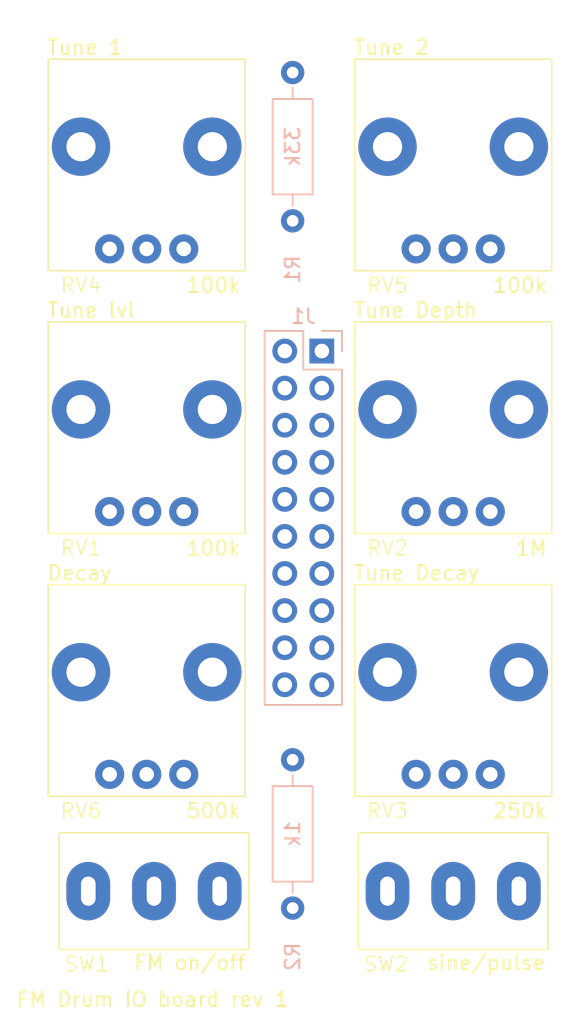
<source format=kicad_pcb>
(kicad_pcb (version 20241229) (generator "pcbnew") (generator_version "9.0")
  (layers (0 "F.Cu" signal) (2 "B.Cu" signal) (13 "F.Paste" user) (15 "B.Paste" user) (5 "F.SilkS" user "F.Silkscreen") (7 "B.SilkS" user "B.Silkscreen") (1 "F.Mask" user) (3 "B.Mask" user) (25 "Edge.Cuts" user))
  (net 0 "")
  (net 1 "io tune depth 2")
  (net 3 "io sine{slash}pulse pin 1")
  (net 4 "io tune lvl pin 1")
  (net 5 "+12V")
  (net 6 "io decay pin 2")
  (net 7 "io tune depth 1")
  (net 8 "GND")
  (net 9 "io tune 2 pin 3")
  (net 10 "io tune 2 pin 2")
  (net 11 "io tune lvl pin 2")
  (net 12 "io fm on{slash}off pin 2")
  (net 13 "io sine{slash}pulse pin 2")
  (net 14 "io sine{slash}pulse pin 3")
  (net 15 "io tune decay 1")
  (net 17 "io decay pin 1")
  (net 18 "io tune 1 pin 3")
  (net 19 "io fm on{slash}off pin 1")
  (net 20 "io tune 1 pin 2")
  (net 21 "Net-(R1-Pad1)")
  (net 22 "Net-(R2-Pad2)")
  (footprint "cynthia:switch" (layer "F.Cu") (at 31 61 -90)
    (property "Reference" "SW2" (at 5 4.6 0) (layer "F.SilkS") (effects (font (thickness 0.1))))
    (property "Value" "SW_SPDT" (hide yes))
    (property "Description" "sine/pulse" (at 4.9 -6.4 0) (layer "F.SilkS") (effects (justify right)))
    (fp_rect (start -4 -6.5) (end 4 6.5) (stroke (width 0.1)) (fill no) (layer "F.SilkS"))
    (pad "1" thru_hole oval (at 0 -4.5 270) (size 4 3) (drill oval 2 1) (layers "*.Cu" "*.Mask") (net 3 "io sine{slash}pulse pin 1"))
    (pad "2" thru_hole oval (at 0 0 270) (size 4 3) (drill oval 2 1) (layers "*.Cu" "*.Mask") (net 13 "io sine{slash}pulse pin 2"))
    (pad "3" thru_hole oval (at 0 4.5 270) (size 4 3) (drill oval 2 1) (layers "*.Cu" "*.Mask") (net 14 "io sine{slash}pulse pin 3"))
  )
  (footprint "cynthia:potientiometer" (layer "F.Cu") (at 10 28)
    (property "Reference" "RV1" (at -4.5 9.5 0) (layer "F.SilkS") (effects (font (thickness 0.1))))
    (property "Value" "100k" (at 6.5 9.5 0) (layer "F.SilkS") (effects (justify right)))
    (property "Description" "Tune lvl" (at -6.9 -6.8 0) (layer "F.SilkS") (effects (justify left)))
    (fp_rect (start -6.75 -6) (end 6.75 8.5) (stroke (width 0.1)) (fill no) (layer "F.SilkS"))
    (pad "" thru_hole circle (at -4.5 0) (size 4 4) (drill 2) (layers "*.Cu" "*.Mask"))
    (pad "" thru_hole circle (at 4.5 0) (size 4 4) (drill 2) (layers "*.Cu" "*.Mask"))
    (pad "1" thru_hole circle (at -2.54 7) (size 2 2) (drill 1) (layers "*.Cu" "*.Mask") (net 4 "io tune lvl pin 1"))
    (pad "2" thru_hole circle (at 0 7) (size 2 2) (drill 1) (layers "*.Cu" "*.Mask") (net 11 "io tune lvl pin 2"))
    (pad "3" thru_hole circle (at 2.54 7) (size 2 2) (drill 1) (layers "*.Cu" "*.Mask") (net 8 "GND"))
  )
  (footprint "cynthia:potientiometer" (layer "F.Cu") (at 10 10)
    (property "Reference" "RV4" (at -4.5 9.5 0) (layer "F.SilkS") (effects (font (thickness 0.1))))
    (property "Value" "100k" (at 6.5 9.5 0) (layer "F.SilkS") (effects (justify right)))
    (property "Description" "Tune 1" (at -6.9 -6.8 0) (layer "F.SilkS") (effects (justify left)))
    (fp_rect (start -6.75 -6) (end 6.75 8.5) (stroke (width 0.1)) (fill no) (layer "F.SilkS"))
    (pad "" thru_hole circle (at -4.5 0) (size 4 4) (drill 2) (layers "*.Cu" "*.Mask"))
    (pad "" thru_hole circle (at 4.5 0) (size 4 4) (drill 2) (layers "*.Cu" "*.Mask"))
    (pad "1" thru_hole circle (at -2.54 7) (size 2 2) (drill 1) (layers "*.Cu" "*.Mask") (net 5 "+12V"))
    (pad "2" thru_hole circle (at 0 7) (size 2 2) (drill 1) (layers "*.Cu" "*.Mask") (net 20 "io tune 1 pin 2"))
    (pad "3" thru_hole circle (at 2.54 7) (size 2 2) (drill 1) (layers "*.Cu" "*.Mask") (net 18 "io tune 1 pin 3"))
  )
  (footprint "cynthia:potientiometer" (layer "F.Cu") (at 31 10)
    (property "Reference" "RV5" (at -4.5 9.5 0) (layer "F.SilkS") (effects (font (thickness 0.1))))
    (property "Value" "100k" (at 6.5 9.5 0) (layer "F.SilkS") (effects (justify right)))
    (property "Description" "Tune 2" (at -6.9 -6.8 0) (layer "F.SilkS") (effects (justify left)))
    (fp_rect (start -6.75 -6) (end 6.75 8.5) (stroke (width 0.1)) (fill no) (layer "F.SilkS"))
    (pad "" thru_hole circle (at -4.5 0) (size 4 4) (drill 2) (layers "*.Cu" "*.Mask"))
    (pad "" thru_hole circle (at 4.5 0) (size 4 4) (drill 2) (layers "*.Cu" "*.Mask"))
    (pad "1" thru_hole circle (at -2.54 7) (size 2 2) (drill 1) (layers "*.Cu" "*.Mask") (net 9 "io tune 2 pin 3"))
    (pad "2" thru_hole circle (at 0 7) (size 2 2) (drill 1) (layers "*.Cu" "*.Mask") (net 10 "io tune 2 pin 2"))
    (pad "3" thru_hole circle (at 2.54 7) (size 2 2) (drill 1) (layers "*.Cu" "*.Mask") (net 21 "Net-(R1-Pad1)"))
  )
  (footprint "cynthia:potientiometer" (layer "F.Cu") (at 10 46)
    (property "Reference" "RV6" (at -4.5 9.5 0) (layer "F.SilkS") (effects (font (thickness 0.1))))
    (property "Value" "500k" (at 6.5 9.5 0) (layer "F.SilkS") (effects (justify right)))
    (property "Description" "Decay" (at -6.9 -6.8 0) (layer "F.SilkS") (effects (justify left)))
    (fp_rect (start -6.75 -6) (end 6.75 8.5) (stroke (width 0.1)) (fill no) (layer "F.SilkS"))
    (pad "" thru_hole circle (at -4.5 0) (size 4 4) (drill 2) (layers "*.Cu" "*.Mask"))
    (pad "" thru_hole circle (at 4.5 0) (size 4 4) (drill 2) (layers "*.Cu" "*.Mask"))
    (pad "1" thru_hole circle (at -2.54 7) (size 2 2) (drill 1) (layers "*.Cu" "*.Mask") (net 17 "io decay pin 1"))
    (pad "2" thru_hole circle (at 0 7) (size 2 2) (drill 1) (layers "*.Cu" "*.Mask") (net 6 "io decay pin 2"))
    (pad "3" thru_hole circle (at 2.54 7) (size 2 2) (drill 1) (layers "*.Cu" "*.Mask") (net 6 "io decay pin 2"))
  )
  (footprint "cynthia:switch" (layer "F.Cu") (at 10.5 61 -90)
    (property "Reference" "SW1" (at 5 4.6 0) (layer "F.SilkS") (effects (font (thickness 0.1))))
    (property "Value" "SW_SPDT" (hide yes))
    (property "Description" "FM on/off" (at 4.9 -6.4 0) (layer "F.SilkS") (effects (justify right)))
    (fp_rect (start -4 -6.5) (end 4 6.5) (stroke (width 0.1)) (fill no) (layer "F.SilkS"))
    (pad "1" thru_hole oval (at 0 -4.5 270) (size 4 3) (drill oval 2 1) (layers "*.Cu" "*.Mask") (net 19 "io fm on{slash}off pin 1"))
    (pad "2" thru_hole oval (at 0 0 270) (size 4 3) (drill oval 2 1) (layers "*.Cu" "*.Mask") (net 12 "io fm on{slash}off pin 2"))
    (pad "3" thru_hole oval (at 0 4.5 270) (size 4 3) (drill oval 2 1) (layers "*.Cu" "*.Mask") (net 8 "GND"))
  )
  (footprint "cynthia:potientiometer" (layer "F.Cu") (at 31 46)
    (property "Reference" "RV3" (at -4.5 9.5 0) (layer "F.SilkS") (effects (font (thickness 0.1))))
    (property "Value" "250k" (at 6.5 9.5 0) (layer "F.SilkS") (effects (justify right)))
    (property "Description" "Tune Decay" (at -6.9 -6.8 0) (layer "F.SilkS") (effects (justify left)))
    (fp_rect (start -6.75 -6) (end 6.75 8.5) (stroke (width 0.1)) (fill no) (layer "F.SilkS"))
    (pad "" thru_hole circle (at -4.5 0) (size 4 4) (drill 2) (layers "*.Cu" "*.Mask"))
    (pad "" thru_hole circle (at 4.5 0) (size 4 4) (drill 2) (layers "*.Cu" "*.Mask"))
    (pad "1" thru_hole circle (at -2.54 7) (size 2 2) (drill 1) (layers "*.Cu" "*.Mask") (net 15 "io tune decay 1"))
    (pad "2" thru_hole circle (at 0 7) (size 2 2) (drill 1) (layers "*.Cu" "*.Mask") (net 22 "Net-(R2-Pad2)"))
    (pad "3" thru_hole circle (at 2.54 7) (size 2 2) (drill 1) (layers "*.Cu" "*.Mask") (net 22 "Net-(R2-Pad2)"))
  )
  (footprint "cynthia:potientiometer" (layer "F.Cu") (at 31 28)
    (property "Reference" "RV2" (at -4.5 9.5 0) (layer "F.SilkS") (effects (font (thickness 0.1))))
    (property "Value" "1M" (at 6.5 9.5 0) (layer "F.SilkS") (effects (justify right)))
    (property "Description" "Tune Depth" (at -6.9 -6.8 0) (layer "F.SilkS") (effects (justify left)))
    (fp_rect (start -6.75 -6) (end 6.75 8.5) (stroke (width 0.1)) (fill no) (layer "F.SilkS"))
    (pad "" thru_hole circle (at -4.5 0) (size 4 4) (drill 2) (layers "*.Cu" "*.Mask"))
    (pad "" thru_hole circle (at 4.5 0) (size 4 4) (drill 2) (layers "*.Cu" "*.Mask"))
    (pad "1" thru_hole circle (at -2.54 7) (size 2 2) (drill 1) (layers "*.Cu" "*.Mask") (net 7 "io tune depth 1"))
    (pad "2" thru_hole circle (at 0 7) (size 2 2) (drill 1) (layers "*.Cu" "*.Mask") (net 7 "io tune depth 1"))
    (pad "3" thru_hole circle (at 2.54 7) (size 2 2) (drill 1) (layers "*.Cu" "*.Mask") (net 1 "io tune depth 2"))
  )
  (footprint "cynthia:R_Axial_DIN0207_L6.3mm_D2.5mm_P10.16mm_Horizontal" (layer "B.Cu") (at 20 4.92 -90)
    (property "Reference" "R1" (at 13.5 0 90) (layer "B.SilkS") (effects (justify mirror)))
    (property "Value" "33k" (at 5.08 0 90) (layer "B.SilkS") (effects (justify mirror)))
    (fp_line (start 1.04 0) (end 1.81 0) (stroke (width 0.12)) (layer "B.SilkS"))
    (fp_line (start 9.12 0) (end 8.35 0) (stroke (width 0.12)) (layer "B.SilkS"))
    (fp_rect (start 1.81 1.37) (end 8.35 -1.37) (stroke (width 0.12)) (fill no) (layer "B.SilkS"))
    (pad "1" thru_hole circle (at 0 0 270) (size 1.6 1.6) (drill 0.8) (layers "*.Cu" "*.Mask") (net 21 "Net-(R1-Pad1)"))
    (pad "2" thru_hole circle (at 10.16 0 270) (size 1.6 1.6) (drill 0.8) (layers "*.Cu" "*.Mask") (net 5 "+12V"))
  )
  (footprint "Connector_PinHeader_2.54mm:PinHeader_2x10_P2.54mm_Vertical" (layer "B.Cu") (at 22 24 180)
    (property "Reference" "J1" (at 1.27 2.38 0) (layer "B.SilkS") (effects (justify mirror)))
    (property "Value" "Conn_02x10_Counter_Clockwise" (hide yes))
    (fp_line (start 3.92 1.38) (end 3.92 -24.24) (stroke (width 0.12)) (layer "B.SilkS"))
    (fp_line (start 1.27 1.38) (end 3.92 1.38) (stroke (width 0.12)) (layer "B.SilkS"))
    (fp_line (start 1.27 -1.27) (end 1.27 1.38) (stroke (width 0.12)) (layer "B.SilkS"))
    (fp_line (start -1.38 1.38) (end 0 1.38) (stroke (width 0.12)) (layer "B.SilkS"))
    (fp_line (start -1.38 0) (end -1.38 1.38) (stroke (width 0.12)) (layer "B.SilkS"))
    (fp_line (start -1.38 -1.27) (end 1.27 -1.27) (stroke (width 0.12)) (layer "B.SilkS"))
    (fp_line (start -1.38 -1.27) (end -1.38 -24.24) (stroke (width 0.12)) (layer "B.SilkS"))
    (fp_line (start -1.38 -24.24) (end 3.92 -24.24) (stroke (width 0.12)) (layer "B.SilkS"))
    (pad "1" thru_hole rect (at 0 0 180) (size 1.7 1.7) (drill 1) (layers "*.Cu" "*.Mask") (net 4 "io tune lvl pin 1"))
    (pad "2" thru_hole circle (at 2.54 0 180) (size 1.7 1.7) (drill 1) (layers "*.Cu" "*.Mask") (net 11 "io tune lvl pin 2"))
    (pad "3" thru_hole circle (at 0 -2.54 180) (size 1.7 1.7) (drill 1) (layers "*.Cu" "*.Mask") (net 15 "io tune decay 1"))
    (pad "4" thru_hole circle (at 2.54 -2.54 180) (size 1.7 1.7) (drill 1) (layers "*.Cu" "*.Mask") (net 7 "io tune depth 1"))
    (pad "5" thru_hole circle (at 0 -5.08 180) (size 1.7 1.7) (drill 1) (layers "*.Cu" "*.Mask") (net 1 "io tune depth 2"))
    (pad "6" thru_hole circle (at 2.54 -5.08 180) (size 1.7 1.7) (drill 1) (layers "*.Cu" "*.Mask") (net 20 "io tune 1 pin 2"))
    (pad "7" thru_hole circle (at 0 -7.62 180) (size 1.7 1.7) (drill 1) (layers "*.Cu" "*.Mask") (net 18 "io tune 1 pin 3"))
    (pad "8" thru_hole circle (at 2.54 -7.62 180) (size 1.7 1.7) (drill 1) (layers "*.Cu" "*.Mask") (net 10 "io tune 2 pin 2"))
    (pad "9" thru_hole circle (at 0 -10.16 180) (size 1.7 1.7) (drill 1) (layers "*.Cu" "*.Mask") (net 9 "io tune 2 pin 3"))
    (pad "10" thru_hole circle (at 2.54 -10.16 180) (size 1.7 1.7) (drill 1) (layers "*.Cu" "*.Mask"))
    (pad "11" thru_hole circle (at 0 -12.7 180) (size 1.7 1.7) (drill 1) (layers "*.Cu" "*.Mask") (net 8 "GND"))
    (pad "12" thru_hole circle (at 2.54 -12.7 180) (size 1.7 1.7) (drill 1) (layers "*.Cu" "*.Mask") (net 5 "+12V"))
    (pad "13" thru_hole circle (at 0 -15.24 180) (size 1.7 1.7) (drill 1) (layers "*.Cu" "*.Mask"))
    (pad "14" thru_hole circle (at 2.54 -15.24 180) (size 1.7 1.7) (drill 1) (layers "*.Cu" "*.Mask") (net 6 "io decay pin 2"))
    (pad "15" thru_hole circle (at 0 -17.78 180) (size 1.7 1.7) (drill 1) (layers "*.Cu" "*.Mask") (net 17 "io decay pin 1"))
    (pad "16" thru_hole circle (at 2.54 -17.78 180) (size 1.7 1.7) (drill 1) (layers "*.Cu" "*.Mask") (net 14 "io sine{slash}pulse pin 3"))
    (pad "17" thru_hole circle (at 0 -20.32 180) (size 1.7 1.7) (drill 1) (layers "*.Cu" "*.Mask") (net 13 "io sine{slash}pulse pin 2"))
    (pad "18" thru_hole circle (at 2.54 -20.32 180) (size 1.7 1.7) (drill 1) (layers "*.Cu" "*.Mask") (net 3 "io sine{slash}pulse pin 1"))
    (pad "19" thru_hole circle (at 0 -22.86 180) (size 1.7 1.7) (drill 1) (layers "*.Cu" "*.Mask") (net 12 "io fm on{slash}off pin 2"))
    (pad "20" thru_hole circle (at 2.54 -22.86 180) (size 1.7 1.7) (drill 1) (layers "*.Cu" "*.Mask") (net 19 "io fm on{slash}off pin 1"))
  )
  (footprint "cynthia:R_Axial_DIN0207_L6.3mm_D2.5mm_P10.16mm_Horizontal" (layer "B.Cu") (at 20 52 -90)
    (property "Reference" "R2" (at 13.5 0 90) (layer "B.SilkS") (effects (justify mirror)))
    (property "Value" "1k" (at 5.08 0 90) (layer "B.SilkS") (effects (justify mirror)))
    (fp_line (start 1.04 0) (end 1.81 0) (stroke (width 0.12)) (layer "B.SilkS"))
    (fp_line (start 9.12 0) (end 8.35 0) (stroke (width 0.12)) (layer "B.SilkS"))
    (fp_rect (start 1.81 1.37) (end 8.35 -1.37) (stroke (width 0.12)) (fill no) (layer "B.SilkS"))
    (pad "1" thru_hole circle (at 0 0 270) (size 1.6 1.6) (drill 0.8) (layers "*.Cu" "*.Mask") (net 8 "GND"))
    (pad "2" thru_hole circle (at 10.16 0 270) (size 1.6 1.6) (drill 0.8) (layers "*.Cu" "*.Mask") (net 22 "Net-(R2-Pad2)"))
  )
  (gr_text "FM Drum IO board rev 1" (at 1 69 0) (layer "F.SilkS") (effects (font (size 1 1)) (justify left bottom)))
)
</source>
